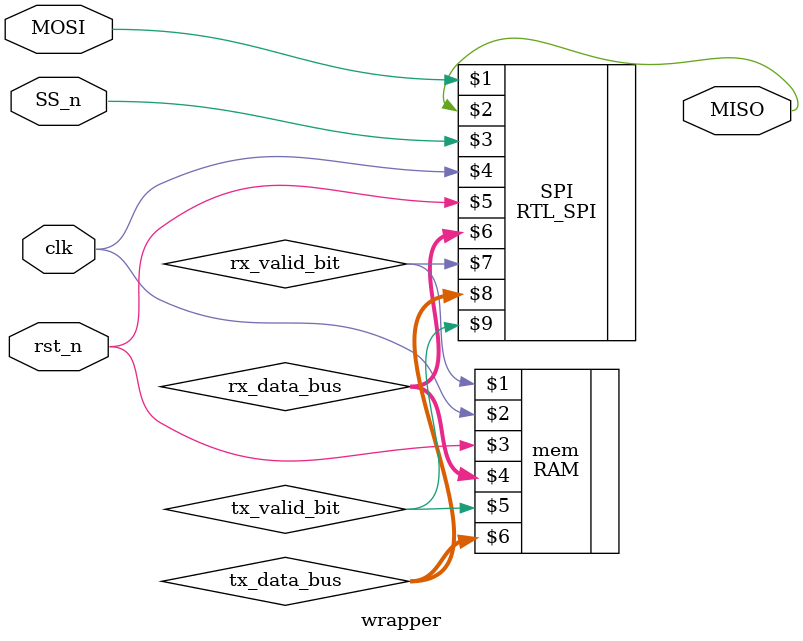
<source format=v>
module wrapper (SS_n,MOSI,clk,rst_n,MISO);
    input SS_n,clk,MOSI,rst_n;
    output MISO;
    wire [9:0]rx_data_bus;
    wire [7:0]tx_data_bus;
    wire rx_valid_bit,tx_valid_bit;


    RTL_SPI SPI(MOSI,MISO,SS_n,clk,rst_n,rx_data_bus,rx_valid_bit,tx_data_bus,tx_valid_bit);
    RAM mem(rx_valid_bit,clk,rst_n,rx_data_bus,tx_valid_bit,tx_data_bus);
    
    
endmodule
</source>
